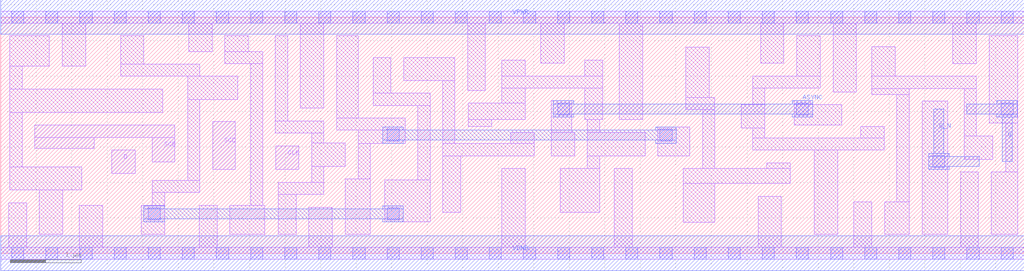
<source format=lef>
# Copyright 2020 The SkyWater PDK Authors
#
# Licensed under the Apache License, Version 2.0 (the "License");
# you may not use this file except in compliance with the License.
# You may obtain a copy of the License at
#
#     https://www.apache.org/licenses/LICENSE-2.0
#
# Unless required by applicable law or agreed to in writing, software
# distributed under the License is distributed on an "AS IS" BASIS,
# WITHOUT WARRANTIES OR CONDITIONS OF ANY KIND, either express or implied.
# See the License for the specific language governing permissions and
# limitations under the License.
#
# SPDX-License-Identifier: Apache-2.0

VERSION 5.7 ;
  NOWIREEXTENSIONATPIN ON ;
  DIVIDERCHAR "/" ;
  BUSBITCHARS "[]" ;
UNITS
  DATABASE MICRONS 200 ;
END UNITS
MACRO sky130_fd_sc_lp__sregsbp_1
  CLASS CORE ;
  FOREIGN sky130_fd_sc_lp__sregsbp_1 ;
  ORIGIN  0.000000  0.000000 ;
  SIZE  14.40000 BY  3.330000 ;
  SYMMETRY X Y R90 ;
  SITE unit ;
  PIN ASYNC
    ANTENNAGATEAREA  0.444000 ;
    DIRECTION INPUT ;
    USE SIGNAL ;
    PORT
      LAYER met1 ;
        RECT  7.775000 1.920000  8.065000 1.965000 ;
        RECT  7.775000 1.965000 11.425000 2.105000 ;
        RECT  7.775000 2.105000  8.065000 2.150000 ;
        RECT 11.135000 1.920000 11.425000 1.965000 ;
        RECT 11.135000 2.105000 11.425000 2.150000 ;
    END
  END ASYNC
  PIN D
    ANTENNAGATEAREA  0.126000 ;
    DIRECTION INPUT ;
    USE SIGNAL ;
    PORT
      LAYER li1 ;
        RECT 1.560000 1.125000 1.890000 1.455000 ;
    END
  END D
  PIN Q
    ANTENNADIFFAREA  0.598500 ;
    DIRECTION OUTPUT ;
    USE SIGNAL ;
    PORT
      LAYER met1 ;
        RECT 13.595000 1.965000 14.305000 2.105000 ;
        RECT 14.015000 1.920000 14.305000 1.965000 ;
        RECT 14.015000 2.105000 14.305000 2.150000 ;
        RECT 14.090000 1.295000 14.230000 1.920000 ;
    END
  END Q
  PIN Q_N
    ANTENNADIFFAREA  0.598500 ;
    DIRECTION OUTPUT ;
    USE SIGNAL ;
    PORT
      LAYER met1 ;
        RECT 13.055000 1.180000 13.345000 1.225000 ;
        RECT 13.055000 1.225000 13.765000 1.365000 ;
        RECT 13.055000 1.365000 13.345000 1.410000 ;
        RECT 13.130000 1.410000 13.270000 2.035000 ;
    END
  END Q_N
  PIN SCD
    ANTENNAGATEAREA  0.126000 ;
    DIRECTION INPUT ;
    USE SIGNAL ;
    PORT
      LAYER li1 ;
        RECT 2.980000 1.180000 3.300000 1.855000 ;
    END
  END SCD
  PIN SCE
    ANTENNAGATEAREA  0.252000 ;
    DIRECTION INPUT ;
    USE SIGNAL ;
    PORT
      LAYER li1 ;
        RECT 0.480000 1.475000 1.315000 1.635000 ;
        RECT 0.480000 1.635000 2.450000 1.805000 ;
        RECT 2.130000 1.285000 2.450000 1.635000 ;
    END
  END SCE
  PIN CLK
    ANTENNAGATEAREA  0.315000 ;
    DIRECTION INPUT ;
    USE CLOCK ;
    PORT
      LAYER li1 ;
        RECT 3.870000 1.180000 4.195000 1.515000 ;
    END
  END CLK
  PIN VGND
    DIRECTION INOUT ;
    USE GROUND ;
    PORT
      LAYER met1 ;
        RECT 0.000000 -0.245000 14.400000 0.245000 ;
    END
  END VGND
  PIN VPWR
    DIRECTION INOUT ;
    USE POWER ;
    PORT
      LAYER met1 ;
        RECT 0.000000 3.085000 14.400000 3.575000 ;
    END
  END VPWR
  OBS
    LAYER li1 ;
      RECT  0.000000 -0.085000 14.400000 0.085000 ;
      RECT  0.000000  3.245000 14.400000 3.415000 ;
      RECT  0.115000  0.085000  0.365000 0.710000 ;
      RECT  0.130000  0.890000  1.140000 1.220000 ;
      RECT  0.130000  1.220000  0.300000 1.985000 ;
      RECT  0.130000  1.985000  2.280000 2.315000 ;
      RECT  0.130000  2.315000  0.300000 2.635000 ;
      RECT  0.130000  2.635000  0.685000 3.065000 ;
      RECT  0.545000  0.265000  0.875000 0.890000 ;
      RECT  0.865000  2.635000  1.195000 3.245000 ;
      RECT  1.105000  0.085000  1.435000 0.675000 ;
      RECT  1.685000  2.495000  2.800000 2.665000 ;
      RECT  1.685000  2.665000  2.015000 3.065000 ;
      RECT  1.975000  0.265000  2.305000 0.675000 ;
      RECT  2.135000  0.675000  2.305000 0.855000 ;
      RECT  2.135000  0.855000  2.800000 1.025000 ;
      RECT  2.630000  1.025000  2.800000 2.165000 ;
      RECT  2.630000  2.165000  3.335000 2.495000 ;
      RECT  2.645000  2.845000  2.975000 3.245000 ;
      RECT  2.795000  0.085000  3.045000 0.675000 ;
      RECT  3.155000  2.675000  3.685000 2.845000 ;
      RECT  3.155000  2.845000  3.485000 3.065000 ;
      RECT  3.225000  0.265000  3.715000 0.675000 ;
      RECT  3.515000  0.675000  3.685000 2.675000 ;
      RECT  3.865000  1.695000  4.545000 1.865000 ;
      RECT  3.865000  1.865000  4.035000 3.065000 ;
      RECT  3.905000  0.265000  4.155000 0.830000 ;
      RECT  3.905000  0.830000  4.545000 1.000000 ;
      RECT  4.215000  2.045000  4.545000 3.245000 ;
      RECT  4.335000  0.085000  4.665000 0.650000 ;
      RECT  4.375000  1.000000  4.545000 1.225000 ;
      RECT  4.375000  1.225000  4.850000 1.555000 ;
      RECT  4.375000  1.555000  4.545000 1.695000 ;
      RECT  4.725000  1.735000  5.690000 1.905000 ;
      RECT  4.725000  1.905000  5.030000 3.065000 ;
      RECT  4.845000  0.265000  5.200000 1.045000 ;
      RECT  5.030000  1.045000  5.200000 1.550000 ;
      RECT  5.030000  1.550000  5.690000 1.735000 ;
      RECT  5.240000  2.085000  6.040000 2.255000 ;
      RECT  5.240000  2.255000  5.490000 2.755000 ;
      RECT  5.405000  0.440000  6.040000 1.035000 ;
      RECT  5.670000  2.435000  6.390000 2.755000 ;
      RECT  5.870000  1.035000  6.040000 2.085000 ;
      RECT  6.220000  0.575000  6.470000 1.375000 ;
      RECT  6.220000  1.375000  7.505000 1.545000 ;
      RECT  6.220000  1.545000  6.390000 2.435000 ;
      RECT  6.570000  2.295000  6.820000 3.245000 ;
      RECT  6.580000  1.785000  6.910000 1.885000 ;
      RECT  6.580000  1.885000  7.380000 2.115000 ;
      RECT  7.050000  0.085000  7.380000 1.195000 ;
      RECT  7.050000  2.115000  7.380000 2.330000 ;
      RECT  7.050000  2.330000  8.470000 2.500000 ;
      RECT  7.050000  2.500000  7.380000 2.725000 ;
      RECT  7.175000  1.545000  7.505000 1.705000 ;
      RECT  7.595000  2.680000  7.925000 3.245000 ;
      RECT  7.745000  1.375000  8.075000 1.705000 ;
      RECT  7.745000  1.705000  8.035000 2.150000 ;
      RECT  7.870000  0.575000  8.425000 1.195000 ;
      RECT  8.220000  1.885000  8.470000 2.330000 ;
      RECT  8.220000  2.500000  8.470000 2.725000 ;
      RECT  8.255000  1.195000  8.425000 1.375000 ;
      RECT  8.255000  1.375000  9.065000 1.705000 ;
      RECT  8.255000  1.705000  8.425000 1.885000 ;
      RECT  8.635000  0.085000  8.885000 1.195000 ;
      RECT  8.700000  1.885000  9.030000 3.245000 ;
      RECT  9.245000  1.375000  9.695000 1.780000 ;
      RECT  9.605000  0.435000 10.045000 0.985000 ;
      RECT  9.605000  0.985000 11.110000 1.195000 ;
      RECT  9.640000  2.025000 10.045000 2.195000 ;
      RECT  9.640000  2.195000  9.970000 2.905000 ;
      RECT  9.875000  1.195000 10.045000 2.025000 ;
      RECT 10.420000  1.765000 10.750000 2.095000 ;
      RECT 10.580000  1.455000 12.430000 1.625000 ;
      RECT 10.580000  1.625000 10.750000 1.765000 ;
      RECT 10.580000  2.095000 10.750000 2.330000 ;
      RECT 10.580000  2.330000 11.530000 2.500000 ;
      RECT 10.655000  0.085000 10.985000 0.805000 ;
      RECT 10.690000  2.680000 11.020000 3.245000 ;
      RECT 10.780000  1.195000 11.110000 1.275000 ;
      RECT 11.165000  1.805000 11.835000 2.095000 ;
      RECT 11.165000  2.095000 11.395000 2.150000 ;
      RECT 11.200000  2.500000 11.530000 3.065000 ;
      RECT 11.445000  0.265000 11.775000 1.455000 ;
      RECT 11.710000  2.275000 12.040000 3.245000 ;
      RECT 12.005000  0.085000 12.255000 0.725000 ;
      RECT 12.100000  1.625000 12.430000 1.785000 ;
      RECT 12.255000  2.235000 12.780000 2.325000 ;
      RECT 12.255000  2.325000 13.725000 2.495000 ;
      RECT 12.255000  2.495000 12.585000 2.915000 ;
      RECT 12.435000  0.265000 12.780000 0.725000 ;
      RECT 12.610000  0.725000 12.780000 2.235000 ;
      RECT 12.965000  0.265000 13.325000 2.145000 ;
      RECT 13.395000  2.675000 13.725000 3.245000 ;
      RECT 13.505000  0.085000 13.755000 1.145000 ;
      RECT 13.555000  1.325000 13.960000 1.655000 ;
      RECT 13.555000  1.655000 13.725000 2.325000 ;
      RECT 13.905000  1.835000 14.310000 3.065000 ;
      RECT 13.935000  0.265000 14.310000 1.145000 ;
      RECT 14.140000  1.145000 14.310000 1.835000 ;
    LAYER mcon ;
      RECT  0.155000 -0.085000  0.325000 0.085000 ;
      RECT  0.155000  3.245000  0.325000 3.415000 ;
      RECT  0.635000 -0.085000  0.805000 0.085000 ;
      RECT  0.635000  3.245000  0.805000 3.415000 ;
      RECT  1.115000 -0.085000  1.285000 0.085000 ;
      RECT  1.115000  3.245000  1.285000 3.415000 ;
      RECT  1.595000 -0.085000  1.765000 0.085000 ;
      RECT  1.595000  3.245000  1.765000 3.415000 ;
      RECT  2.075000 -0.085000  2.245000 0.085000 ;
      RECT  2.075000  0.470000  2.245000 0.640000 ;
      RECT  2.075000  3.245000  2.245000 3.415000 ;
      RECT  2.555000 -0.085000  2.725000 0.085000 ;
      RECT  2.555000  3.245000  2.725000 3.415000 ;
      RECT  3.035000 -0.085000  3.205000 0.085000 ;
      RECT  3.035000  3.245000  3.205000 3.415000 ;
      RECT  3.515000 -0.085000  3.685000 0.085000 ;
      RECT  3.515000  3.245000  3.685000 3.415000 ;
      RECT  3.995000 -0.085000  4.165000 0.085000 ;
      RECT  3.995000  3.245000  4.165000 3.415000 ;
      RECT  4.475000 -0.085000  4.645000 0.085000 ;
      RECT  4.475000  3.245000  4.645000 3.415000 ;
      RECT  4.955000 -0.085000  5.125000 0.085000 ;
      RECT  4.955000  3.245000  5.125000 3.415000 ;
      RECT  5.435000 -0.085000  5.605000 0.085000 ;
      RECT  5.435000  0.470000  5.605000 0.640000 ;
      RECT  5.435000  1.580000  5.605000 1.750000 ;
      RECT  5.435000  3.245000  5.605000 3.415000 ;
      RECT  5.915000 -0.085000  6.085000 0.085000 ;
      RECT  5.915000  3.245000  6.085000 3.415000 ;
      RECT  6.395000 -0.085000  6.565000 0.085000 ;
      RECT  6.395000  3.245000  6.565000 3.415000 ;
      RECT  6.875000 -0.085000  7.045000 0.085000 ;
      RECT  6.875000  3.245000  7.045000 3.415000 ;
      RECT  7.355000 -0.085000  7.525000 0.085000 ;
      RECT  7.355000  3.245000  7.525000 3.415000 ;
      RECT  7.835000 -0.085000  8.005000 0.085000 ;
      RECT  7.835000  1.950000  8.005000 2.120000 ;
      RECT  7.835000  3.245000  8.005000 3.415000 ;
      RECT  8.315000 -0.085000  8.485000 0.085000 ;
      RECT  8.315000  3.245000  8.485000 3.415000 ;
      RECT  8.795000 -0.085000  8.965000 0.085000 ;
      RECT  8.795000  3.245000  8.965000 3.415000 ;
      RECT  9.275000 -0.085000  9.445000 0.085000 ;
      RECT  9.275000  1.580000  9.445000 1.750000 ;
      RECT  9.275000  3.245000  9.445000 3.415000 ;
      RECT  9.755000 -0.085000  9.925000 0.085000 ;
      RECT  9.755000  3.245000  9.925000 3.415000 ;
      RECT 10.235000 -0.085000 10.405000 0.085000 ;
      RECT 10.235000  3.245000 10.405000 3.415000 ;
      RECT 10.715000 -0.085000 10.885000 0.085000 ;
      RECT 10.715000  3.245000 10.885000 3.415000 ;
      RECT 11.195000 -0.085000 11.365000 0.085000 ;
      RECT 11.195000  1.950000 11.365000 2.120000 ;
      RECT 11.195000  3.245000 11.365000 3.415000 ;
      RECT 11.675000 -0.085000 11.845000 0.085000 ;
      RECT 11.675000  3.245000 11.845000 3.415000 ;
      RECT 12.155000 -0.085000 12.325000 0.085000 ;
      RECT 12.155000  3.245000 12.325000 3.415000 ;
      RECT 12.635000 -0.085000 12.805000 0.085000 ;
      RECT 12.635000  3.245000 12.805000 3.415000 ;
      RECT 13.115000 -0.085000 13.285000 0.085000 ;
      RECT 13.115000  1.210000 13.285000 1.380000 ;
      RECT 13.115000  3.245000 13.285000 3.415000 ;
      RECT 13.595000 -0.085000 13.765000 0.085000 ;
      RECT 13.595000  3.245000 13.765000 3.415000 ;
      RECT 14.075000 -0.085000 14.245000 0.085000 ;
      RECT 14.075000  1.950000 14.245000 2.120000 ;
      RECT 14.075000  3.245000 14.245000 3.415000 ;
    LAYER met1 ;
      RECT 2.015000 0.440000 2.305000 0.485000 ;
      RECT 2.015000 0.485000 5.665000 0.625000 ;
      RECT 2.015000 0.625000 2.305000 0.670000 ;
      RECT 5.375000 0.440000 5.665000 0.485000 ;
      RECT 5.375000 0.625000 5.665000 0.670000 ;
      RECT 5.375000 1.550000 5.665000 1.595000 ;
      RECT 5.375000 1.595000 9.505000 1.735000 ;
      RECT 5.375000 1.735000 5.665000 1.780000 ;
      RECT 9.215000 1.550000 9.505000 1.595000 ;
      RECT 9.215000 1.735000 9.505000 1.780000 ;
  END
END sky130_fd_sc_lp__sregsbp_1
END LIBRARY

</source>
